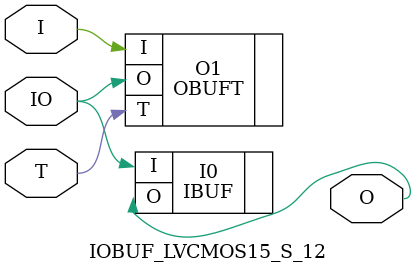
<source format=v>


`timescale  1 ps / 1 ps


module IOBUF_LVCMOS15_S_12 (O, IO, I, T);

    output O;

    inout  IO;

    input  I, T;

        OBUFT #(.IOSTANDARD("LVCMOS15"), .SLEW("SLOW"), .DRIVE(12)) O1 (.O(IO), .I(I), .T(T)); 
	IBUF #(.IOSTANDARD("LVCMOS15"))  I0 (.O(O), .I(IO));
        

endmodule



</source>
